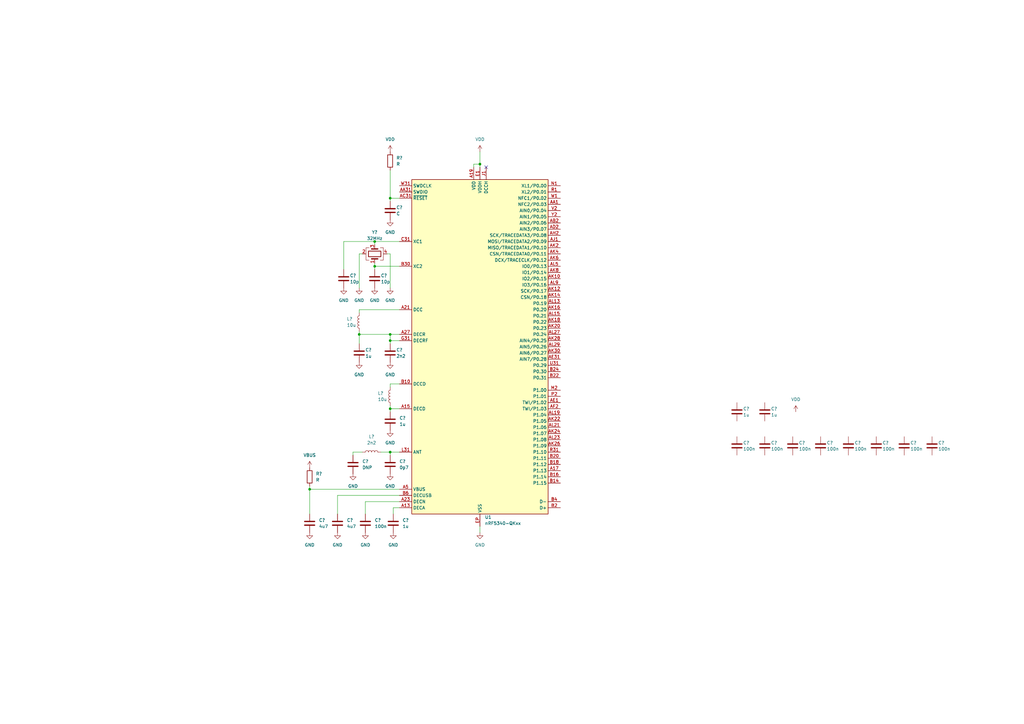
<source format=kicad_sch>
(kicad_sch (version 20211123) (generator eeschema)
  (paper "A3")
  (lib_symbols
    (symbol "Device:C" (pin_numbers hide) (pin_names (offset 0.254))
      (property "Reference" "C" (at 0.635 2.54 0))
      (property "Value" "C" (at 0.635 -2.54 0))
      (symbol "C_0_1"
        (polyline (pts (xy -2.032 -0.762) (xy 2.032 -0.762)) (stroke (width 0.508)))
        (polyline (pts (xy -2.032 0.762) (xy 2.032 0.762)) (stroke (width 0.508)))
      )
      (symbol "C_1_1"
        (pin passive line (at 0 3.81 270) (length 2.794) (name "~") (number "1"))
        (pin passive line (at 0 -3.81 90) (length 2.794) (name "~") (number "2"))
      )
    )
    (symbol "Device:Crystal_GND24" (pin_names (offset 1.016) hide)
      (property "Reference" "Y" (at 3.175 5.08 0))
      (property "Value" "Crystal_GND24" (at 3.175 3.175 0))
      (symbol "Crystal_GND24_0_1"
        (rectangle (start -1.143 2.54) (end 1.143 -2.54) (stroke (width 0.3048)))
        (polyline (pts (xy -2.54 0) (xy -2.032 0)))
        (polyline (pts (xy -2.032 -1.27) (xy -2.032 1.27)) (stroke (width 0.508)))
        (polyline (pts (xy 0 -3.81) (xy 0 -3.556)))
        (polyline (pts (xy 0 3.556) (xy 0 3.81)))
        (polyline (pts (xy 2.032 -1.27) (xy 2.032 1.27)) (stroke (width 0.508)))
        (polyline (pts (xy 2.032 0) (xy 2.54 0)))
        (polyline (pts (xy -2.54 -2.286) (xy -2.54 -3.556) (xy 2.54 -3.556) (xy 2.54 -2.286)))
        (polyline (pts (xy -2.54 2.286) (xy -2.54 3.556) (xy 2.54 3.556) (xy 2.54 2.286)))
      )
      (symbol "Crystal_GND24_1_1"
        (pin passive line (at -3.81 0 0) (length 1.27) (name "1") (number "1"))
        (pin passive line (at 0 5.08 270) (length 1.27) (name "2") (number "2"))
        (pin passive line (at 3.81 0 180) (length 1.27) (name "3") (number "3"))
        (pin passive line (at 0 -5.08 90) (length 1.27) (name "4") (number "4"))
      )
    )
    (symbol "Device:L" (pin_numbers hide) (pin_names (offset 1.016) hide)
      (property "Reference" "L" (at -1.27 0 90))
      (property "Value" "L" (at 1.905 0 90))
      (symbol "L_0_1"
        (arc (start 0 -2.54) (mid 0.635 -1.905) (end 0 -1.27))
        (arc (start 0 -1.27) (mid 0.635 -0.635) (end 0 0))
        (arc (start 0 0) (mid 0.635 0.635) (end 0 1.27))
        (arc (start 0 1.27) (mid 0.635 1.905) (end 0 2.54))
      )
      (symbol "L_1_1"
        (pin passive line (at 0 3.81 270) (length 1.27) (name "1") (number "1"))
        (pin passive line (at 0 -3.81 90) (length 1.27) (name "2") (number "2"))
      )
    )
    (symbol "Device:R" (pin_numbers hide) (pin_names (offset 0))
      (property "Reference" "R" (at 2.032 0 90))
      (property "Value" "R" (at 0 0 90))
      (symbol "R_0_1"
        (rectangle (start -1.016 -2.54) (end 1.016 2.54) (stroke (width 0.254)))
      )
      (symbol "R_1_1"
        (pin passive line (at 0 3.81 270) (length 1.27) (name "~") (number "1"))
        (pin passive line (at 0 -3.81 90) (length 1.27) (name "~") (number "2"))
      )
    )
    (symbol "MCU_Nordic:nRF5340-QKxx"
      (property "Reference" "U1" (at 2.0194 -72.39 0))
      (property "Value" "nRF5340-QKxx" (at 2.0194 -74.93 0))
      (symbol "nRF5340-QKxx_0_1"
        (rectangle (start -27.94 68.58) (end 27.94 -68.58) (stroke (width 0.254)) (fill (type background)))
      )
      (symbol "nRF5340-QKxx_1_1"
        (pin passive line (at -33.02 -66.04 0) (length 5.08) (name "DECA") (number "A13"))
        (pin passive line (at -33.02 -25.4 0) (length 5.08) (name "DECD") (number "A15"))
        (pin bidirectional line (at 33.02 -50.8 180) (length 5.08) (name "P1.13") (number "A17"))
        (pin power_in line (at -2.54 73.66 270) (length 5.08) (name "VDD") (number "A19"))
        (pin power_out line (at -33.02 15.24 0) (length 5.08) (name "DCC") (number "A21"))
        (pin passive line (at -33.02 -63.5 0) (length 5.08) (name "DECN") (number "A23"))
        (pin passive line (at -33.02 5.08 0) (length 5.08) (name "DECR") (number "A27"))
        (pin power_in line (at -33.02 -58.42 0) (length 5.08) (name "VBUS") (number "A5"))
        (pin bidirectional line (at 33.02 58.42 180) (length 5.08) (name "NFC2/P0.03") (number "AA1"))
        (pin bidirectional line (at -33.02 63.5 0) (length 5.08) (name "SWDIO") (number "AA31"))
        (pin bidirectional line (at 33.02 50.8 180) (length 5.08) (name "AIN2/P0.06") (number "AB2"))
        (pin passive line (at -2.54 73.66 270) (length 5.08) hide (name "VDD") (number "AC1"))
        (pin bidirectional line (at -33.02 60.96 0) (length 5.08) (name "~{RESET}") (number "AC31"))
        (pin bidirectional line (at 33.02 48.26 180) (length 5.08) (name "AIN3/P0.07") (number "AD2"))
        (pin bidirectional line (at 33.02 -22.86 180) (length 5.08) (name "TWI/P1.02") (number "AE1"))
        (pin bidirectional line (at 33.02 -5.08 180) (length 5.08) (name "AIN7/P0.28") (number "AE31"))
        (pin bidirectional line (at 33.02 -25.4 180) (length 5.08) (name "TWI/P1.03") (number "AF2"))
        (pin passive line (at -2.54 73.66 270) (length 5.08) hide (name "VDD") (number "AG1"))
        (pin bidirectional line (at 33.02 45.72 180) (length 5.08) (name "SCK/TRACEDATA3/P0.08") (number "AH2"))
        (pin bidirectional line (at 33.02 43.18 180) (length 5.08) (name "MOSI/TRACEDATA2/P0.09") (number "AJ1"))
        (pin passive line (at -2.54 73.66 270) (length 5.08) hide (name "VDD") (number "AJ31"))
        (pin bidirectional line (at 33.02 27.94 180) (length 5.08) (name "IO2/P0.15") (number "AK10"))
        (pin bidirectional line (at 33.02 22.86 180) (length 5.08) (name "SCK/P0.17") (number "AK12"))
        (pin bidirectional line (at 33.02 20.32 180) (length 5.08) (name "CSN/P0.18") (number "AK14"))
        (pin bidirectional line (at 33.02 15.24 180) (length 5.08) (name "P0.20") (number "AK16"))
        (pin bidirectional line (at 33.02 10.16 180) (length 5.08) (name "P0.22") (number "AK18"))
        (pin bidirectional line (at 33.02 40.64 180) (length 5.08) (name "MISO/TRACEDATA1/P0.10") (number "AK2"))
        (pin bidirectional line (at 33.02 7.62 180) (length 5.08) (name "P0.23") (number "AK20"))
        (pin bidirectional line (at 33.02 -30.48 180) (length 5.08) (name "P1.05") (number "AK22"))
        (pin bidirectional line (at 33.02 -35.56 180) (length 5.08) (name "P1.07") (number "AK24"))
        (pin bidirectional line (at 33.02 -40.64 180) (length 5.08) (name "P1.09") (number "AK26"))
        (pin bidirectional line (at 33.02 2.54 180) (length 5.08) (name "AIN4/P0.25") (number "AK28"))
        (pin bidirectional line (at 33.02 -2.54 180) (length 5.08) (name "AIN6/P0.27") (number "AK30"))
        (pin bidirectional line (at 33.02 38.1 180) (length 5.08) (name "CSN/TRACEDATA0/P0.11") (number "AK4"))
        (pin bidirectional line (at 33.02 35.56 180) (length 5.08) (name "DCX/TRACECLK/P0.12") (number "AK6"))
        (pin bidirectional line (at 33.02 30.48 180) (length 5.08) (name "IO1/P0.14") (number "AK8"))
        (pin passive line (at -2.54 73.66 270) (length 5.08) hide (name "VDD") (number "AL11"))
        (pin bidirectional line (at 33.02 17.78 180) (length 5.08) (name "P0.19") (number "AL13"))
        (pin bidirectional line (at 33.02 12.7 180) (length 5.08) (name "P0.21") (number "AL15"))
        (pin passive line (at -2.54 73.66 270) (length 5.08) hide (name "VDD") (number "AL17"))
        (pin bidirectional line (at 33.02 -27.94 180) (length 5.08) (name "P1.04") (number "AL19"))
        (pin bidirectional line (at 33.02 -33.02 180) (length 5.08) (name "P1.06") (number "AL21"))
        (pin bidirectional line (at 33.02 -38.1 180) (length 5.08) (name "P1.08") (number "AL23"))
        (pin passive line (at -2.54 73.66 270) (length 5.08) hide (name "VDD") (number "AL25"))
        (pin bidirectional line (at 33.02 5.08 180) (length 5.08) (name "P0.24") (number "AL27"))
        (pin bidirectional line (at 33.02 0 180) (length 5.08) (name "AIN5/P0.26") (number "AL29"))
        (pin passive line (at -2.54 73.66 270) (length 5.08) hide (name "VDD") (number "AL3"))
        (pin bidirectional line (at 33.02 33.02 180) (length 5.08) (name "IO0/P0.13") (number "AL5"))
        (pin passive line (at -2.54 73.66 270) (length 5.08) hide (name "VDD") (number "AL7"))
        (pin bidirectional line (at 33.02 25.4 180) (length 5.08) (name "IO3/P0.16") (number "AL9"))
        (pin power_out line (at -33.02 -15.24 0) (length 5.08) (name "DCCD") (number "B10"))
        (pin bidirectional line (at 33.02 -55.88 180) (length 5.08) (name "P1.15") (number "B14"))
        (pin bidirectional line (at 33.02 -53.34 180) (length 5.08) (name "P1.14") (number "B16"))
        (pin bidirectional line (at 33.02 -48.26 180) (length 5.08) (name "P1.12") (number "B18"))
        (pin bidirectional line (at 33.02 -66.04 180) (length 5.08) (name "D+") (number "B2"))
        (pin bidirectional line (at 33.02 -45.72 180) (length 5.08) (name "P1.11") (number "B20"))
        (pin bidirectional line (at 33.02 -12.7 180) (length 5.08) (name "P0.31") (number "B22"))
        (pin bidirectional line (at 33.02 -10.16 180) (length 5.08) (name "P0.30") (number "B24"))
        (pin passive line (at -2.54 73.66 270) (length 5.08) hide (name "VDD") (number "B28"))
        (pin input line (at -33.02 33.02 0) (length 5.08) (name "XC2") (number "B30"))
        (pin bidirectional line (at 33.02 -63.5 180) (length 5.08) (name "D-") (number "B4"))
        (pin passive line (at -33.02 -60.96 0) (length 5.08) (name "DECUSB") (number "B6"))
        (pin passive line (at -2.54 73.66 270) (length 5.08) hide (name "VDD") (number "B8"))
        (pin passive line (at -2.54 73.66 270) (length 5.08) hide (name "VDD") (number "C1"))
        (pin input line (at -33.02 43.18 0) (length 5.08) (name "XC1") (number "C31"))
        (pin power_in line (at 0 73.66 270) (length 5.08) (name "VDDH") (number "E1"))
        (pin passive line (at -2.54 73.66 270) (length 5.08) hide (name "VDD") (number "E31"))
        (pin power_in line (at 0 -73.66 90) (length 5.08) (name "VSS") (number "EP"))
        (pin passive line (at -33.02 2.54 0) (length 5.08) (name "DECRF") (number "G31"))
        (pin passive line (at 2.54 73.66 270) (length 5.08) (name "DCCH") (number "J1"))
        (pin passive line (at -2.54 73.66 270) (length 5.08) hide (name "VDD") (number "L1"))
        (pin passive line (at -33.02 -43.18 0) (length 5.08) (name "ANT") (number "L31"))
        (pin bidirectional line (at 33.02 -17.78 180) (length 5.08) (name "P1.00") (number "M2"))
        (pin bidirectional line (at 33.02 66.04 180) (length 5.08) (name "XL1/P0.00") (number "N1"))
        (pin passive line (at -2.54 73.66 270) (length 5.08) hide (name "VDD") (number "N31"))
        (pin bidirectional line (at 33.02 -20.32 180) (length 5.08) (name "P1.01") (number "P2"))
        (pin bidirectional line (at 33.02 63.5 180) (length 5.08) (name "XL2/P0.01") (number "R1"))
        (pin bidirectional line (at 33.02 -43.18 180) (length 5.08) (name "P1.10") (number "R31"))
        (pin passive line (at -2.54 73.66 270) (length 5.08) hide (name "VDD") (number "U1"))
        (pin bidirectional line (at 33.02 -7.62 180) (length 5.08) (name "P0.29") (number "U31"))
        (pin bidirectional line (at 33.02 55.88 180) (length 5.08) (name "AIN0/P0.04") (number "V2"))
        (pin bidirectional line (at 33.02 60.96 180) (length 5.08) (name "NFC1/P0.02") (number "W1"))
        (pin input line (at -33.02 66.04 0) (length 5.08) (name "SWDCLK") (number "W31"))
        (pin bidirectional line (at 33.02 53.34 180) (length 5.08) (name "AIN1/P0.05") (number "Y2"))
      )
    )
    (symbol "power:GND" (power) (pin_names (offset 0))
      (property "Value" "GND" (at 0 -3.81 0))
      (symbol "GND_0_1"
        (polyline (pts (xy 0 0) (xy 0 -1.27) (xy 1.27 -1.27) (xy 0 -2.54) (xy -1.27 -1.27) (xy 0 -1.27)))
      )
      (symbol "GND_1_1"
        (pin power_in line (at 0 0 270) (length 0) hide (name "GND") (number "1"))
      )
    )
    (symbol "power:VBUS" (power) (pin_names (offset 0))
      (property "Value" "VBUS" (at 0 3.81 0))
      (symbol "VBUS_0_1"
        (polyline (pts (xy -0.762 1.27) (xy 0 2.54)))
        (polyline (pts (xy 0 0) (xy 0 2.54)))
        (polyline (pts (xy 0 2.54) (xy 0.762 1.27)))
      )
      (symbol "VBUS_1_1"
        (pin power_in line (at 0 0 90) (length 0) hide (name "VBUS") (number "1"))
      )
    )
    (symbol "power:VDD" (power) (pin_names (offset 0))
      (property "Value" "VDD" (at 0 3.81 0))
      (symbol "VDD_0_1"
        (polyline (pts (xy -0.762 1.27) (xy 0 2.54)))
        (polyline (pts (xy 0 0) (xy 0 2.54)))
        (polyline (pts (xy 0 2.54) (xy 0.762 1.27)))
      )
      (symbol "VDD_1_1"
        (pin power_in line (at 0 0 90) (length 0) hide (name "VDD") (number "1"))
      )
    )
  )
  (junction (at 160.02 185.42))
  (junction (at 160.02 81.28))
  (junction (at 160.02 139.7))
  (junction (at 196.85 67.31))
  (junction (at 153.67 99.06))
  (junction (at 153.67 109.22))
  (junction (at 160.02 137.16))
  (junction (at 147.32 137.16))
  (junction (at 160.02 167.64))
  (junction (at 127 200.66))
  (no_connect (at 199.39 68.58))
  (wire (pts (xy 163.83 127) (xy 147.32 127)))
  (wire (pts (xy 147.32 104.14) (xy 147.32 118.11)))
  (wire (pts (xy 127 200.66) (xy 127 210.82)))
  (wire (pts (xy 147.32 127) (xy 147.32 128.27)))
  (wire (pts (xy 160.02 157.48) (xy 160.02 158.75)))
  (wire (pts (xy 147.32 137.16) (xy 147.32 135.89)))
  (wire (pts (xy 140.97 110.49) (xy 140.97 99.06)))
  (wire (pts (xy 160.02 139.7) (xy 163.83 139.7)))
  (wire (pts (xy 149.86 205.74) (xy 149.86 210.82)))
  (wire (pts (xy 160.02 185.42) (xy 163.83 185.42)))
  (wire (pts (xy 140.97 99.06) (xy 153.67 99.06)))
  (wire (pts (xy 196.85 215.9) (xy 196.85 218.44)))
  (wire (pts (xy 160.02 82.55) (xy 160.02 81.28)))
  (wire (pts (xy 160.02 167.64) (xy 160.02 168.91)))
  (wire (pts (xy 158.75 104.14) (xy 160.02 104.14)))
  (wire (pts (xy 163.83 203.2) (xy 138.43 203.2)))
  (wire (pts (xy 160.02 137.16) (xy 160.02 139.7)))
  (wire (pts (xy 160.02 81.28) (xy 163.83 81.28)))
  (wire (pts (xy 163.83 137.16) (xy 160.02 137.16)))
  (wire (pts (xy 160.02 69.85) (xy 160.02 81.28)))
  (wire (pts (xy 196.85 62.23) (xy 196.85 67.31)))
  (wire (pts (xy 160.02 185.42) (xy 160.02 186.69)))
  (wire (pts (xy 144.78 185.42) (xy 144.78 186.69)))
  (wire (pts (xy 153.67 109.22) (xy 163.83 109.22)))
  (wire (pts (xy 196.85 67.31) (xy 196.85 68.58)))
  (wire (pts (xy 160.02 139.7) (xy 160.02 140.97)))
  (wire (pts (xy 127 199.39) (xy 127 200.66)))
  (wire (pts (xy 163.83 167.64) (xy 160.02 167.64)))
  (wire (pts (xy 138.43 203.2) (xy 138.43 210.82)))
  (wire (pts (xy 148.59 104.14) (xy 147.32 104.14)))
  (wire (pts (xy 153.67 99.06) (xy 153.67 100.33)))
  (wire (pts (xy 160.02 104.14) (xy 160.02 118.11)))
  (wire (pts (xy 153.67 99.06) (xy 163.83 99.06)))
  (wire (pts (xy 153.67 109.22) (xy 153.67 110.49)))
  (wire (pts (xy 160.02 166.37) (xy 160.02 167.64)))
  (wire (pts (xy 194.31 67.31) (xy 194.31 68.58)))
  (wire (pts (xy 153.67 107.95) (xy 153.67 109.22)))
  (wire (pts (xy 161.29 210.82) (xy 161.29 208.28)))
  (wire (pts (xy 156.21 185.42) (xy 160.02 185.42)))
  (wire (pts (xy 161.29 208.28) (xy 163.83 208.28)))
  (wire (pts (xy 194.31 67.31) (xy 196.85 67.31)))
  (wire (pts (xy 163.83 200.66) (xy 127 200.66)))
  (wire (pts (xy 148.59 185.42) (xy 144.78 185.42)))
  (wire (pts (xy 147.32 137.16) (xy 160.02 137.16)))
  (wire (pts (xy 163.83 157.48) (xy 160.02 157.48)))
  (wire (pts (xy 147.32 137.16) (xy 147.32 140.97)))
  (wire (pts (xy 163.83 205.74) (xy 149.86 205.74)))
  (symbol (lib_id "Device:C") (at 127 214.63 0) (unit 1)
    (property "Reference" "C?" (at 130.81 213.3599 0) (effects (justify left)))
    (property "Value" "4u7" (at 130.81 215.8999 0) (effects (justify left)))
  )
  (symbol (lib_id "power:VDD") (at 326.39 168.91 0) (unit 1)
    (property "Reference" "#PWR?" (effects hide))
    (property "Value" "VDD" (at 326.39 163.83 0))
  )
  (symbol (lib_id "Device:C") (at 336.55 182.88 0) (unit 1)
    (property "Reference" "C?" (at 339.09 181.61 0) (effects (justify left)))
    (property "Value" "100n" (at 339.09 184.15 0) (effects (justify left)))
  )
  (symbol (lib_id "Device:C") (at 140.97 114.3 0) (unit 1)
    (property "Reference" "C?" (at 143.51 113.03 0) (effects (justify left)))
    (property "Value" "10p" (at 143.51 115.57 0) (effects (justify left)))
  )
  (symbol (lib_id "power:GND") (at 160.02 118.11 0) (unit 1)
    (property "Reference" "#PWR?" (effects hide))
    (property "Value" "GND" (at 160.02 123.19 0))
  )
  (symbol (lib_id "power:GND") (at 161.29 218.44 0) (unit 1)
    (property "Reference" "#PWR?" (effects hide))
    (property "Value" "GND" (at 161.29 223.52 0))
  )
  (symbol (lib_id "Device:C") (at 313.69 182.88 0) (unit 1)
    (property "Reference" "C?" (at 316.23 181.61 0) (effects (justify left)))
    (property "Value" "100n" (at 316.23 184.15 0) (effects (justify left)))
  )
  (symbol (lib_id "Device:C") (at 302.26 182.88 0) (unit 1)
    (property "Reference" "C?" (at 304.8 181.61 0) (effects (justify left)))
    (property "Value" "100n" (at 304.8 184.15 0) (effects (justify left)))
  )
  (symbol (lib_id "Device:C") (at 160.02 86.36 0) (unit 1)
    (property "Reference" "C?" (at 162.56 85.09 0) (effects (justify left)))
    (property "Value" "C" (at 162.56 87.63 0) (effects (justify left)))
  )
  (symbol (lib_id "Device:C") (at 347.98 182.88 0) (unit 1)
    (property "Reference" "C?" (at 350.52 181.61 0) (effects (justify left)))
    (property "Value" "100n" (at 350.52 184.15 0) (effects (justify left)))
  )
  (symbol (lib_id "Device:R") (at 160.02 66.04 0) (unit 1)
    (property "Reference" "R?" (at 162.56 64.7699 0) (effects (justify left)))
    (property "Value" "R" (at 162.56 67.3099 0) (effects (justify left)))
  )
  (symbol (lib_id "power:GND") (at 144.78 194.31 0) (unit 1)
    (property "Reference" "#PWR?" (effects hide))
    (property "Value" "GND" (at 144.78 199.39 0))
  )
  (symbol (lib_id "Device:C") (at 313.69 168.91 0) (unit 1)
    (property "Reference" "C?" (at 316.23 167.64 0) (effects (justify left)))
    (property "Value" "1u" (at 316.23 170.18 0) (effects (justify left)))
  )
  (symbol (lib_id "Device:C") (at 160.02 144.78 0) (unit 1)
    (property "Reference" "C?" (at 162.56 143.51 0) (effects (justify left)))
    (property "Value" "2n2" (at 162.56 146.05 0) (effects (justify left)))
  )
  (symbol (lib_id "MCU_Nordic:nRF5340-QKxx") (at 196.85 142.24 0) (unit 1)
    (property "Reference" "U1" (at 198.8694 212.09 0) (effects (justify left)))
    (property "Value" "nRF5340-QKxx" (at 198.8694 214.63 0) (effects (justify left)))
    (property "Footprint" "Package_DFN_QFN:Nordic_AQFN-94-1EP_7x7mm_P0.4mm" (effects hide))
    (property "Datasheet" "https://infocenter.nordicsemi.com/pdf/nRF5340_PS_v1.2.pdf" (effects hide))
  )
  (symbol (lib_id "power:GND") (at 160.02 90.17 0) (unit 1)
    (property "Reference" "#PWR?" (effects hide))
    (property "Value" "GND" (at 160.02 95.25 0))
  )
  (symbol (lib_id "power:GND") (at 127 218.44 0) (unit 1)
    (property "Reference" "#PWR?" (effects hide))
    (property "Value" "GND" (at 127 223.52 0))
  )
  (symbol (lib_id "Device:C") (at 325.12 182.88 0) (unit 1)
    (property "Reference" "C?" (at 327.66 181.61 0) (effects (justify left)))
    (property "Value" "100n" (at 327.66 184.15 0) (effects (justify left)))
  )
  (symbol (lib_id "Device:C") (at 147.32 144.78 0) (unit 1)
    (property "Reference" "C?" (at 149.86 143.51 0) (effects (justify left)))
    (property "Value" "1u" (at 149.86 146.05 0) (effects (justify left)))
  )
  (symbol (lib_id "Device:C") (at 161.29 214.63 0) (unit 1)
    (property "Reference" "C?" (at 165.1 213.3599 0) (effects (justify left)))
    (property "Value" "1u" (at 165.1 215.8999 0) (effects (justify left)))
  )
  (symbol (lib_id "Device:L") (at 152.4 185.42 90) (unit 1)
    (property "Reference" "L?" (at 152.4 179.07 90))
    (property "Value" "2n2" (at 152.4 181.61 90))
  )
  (symbol (lib_id "Device:L") (at 160.02 162.56 180) (unit 1)
    (property "Reference" "L?" (at 154.94 161.29 0) (effects (justify right)))
    (property "Value" "10u" (at 154.94 163.83 0) (effects (justify right)))
  )
  (symbol (lib_id "Device:C") (at 359.41 182.88 0) (unit 1)
    (property "Reference" "C?" (at 361.95 181.61 0) (effects (justify left)))
    (property "Value" "100n" (at 361.95 184.15 0) (effects (justify left)))
  )
  (symbol (lib_id "Device:L") (at 147.32 132.08 180) (unit 1)
    (property "Reference" "L?" (at 142.24 130.81 0) (effects (justify right)))
    (property "Value" "10u" (at 142.24 133.35 0) (effects (justify right)))
  )
  (symbol (lib_id "Device:C") (at 160.02 190.5 0) (unit 1)
    (property "Reference" "C?" (at 163.83 189.2299 0) (effects (justify left)))
    (property "Value" "0p7" (at 163.83 191.7699 0) (effects (justify left)))
  )
  (symbol (lib_id "power:GND") (at 147.32 118.11 0) (unit 1)
    (property "Reference" "#PWR?" (effects hide))
    (property "Value" "GND" (at 147.32 123.19 0))
  )
  (symbol (lib_id "Device:C") (at 153.67 114.3 0) (unit 1)
    (property "Reference" "C?" (at 156.21 113.03 0) (effects (justify left)))
    (property "Value" "10p" (at 156.21 115.57 0) (effects (justify left)))
  )
  (symbol (lib_id "power:VDD") (at 196.85 62.23 0) (unit 1)
    (property "Reference" "#PWR?" (effects hide))
    (property "Value" "VDD" (at 196.85 57.15 0))
  )
  (symbol (lib_id "Device:C") (at 144.78 190.5 0) (unit 1)
    (property "Reference" "C?" (at 148.59 189.2299 0) (effects (justify left)))
    (property "Value" "DNP" (at 148.59 191.7699 0) (effects (justify left)))
  )
  (symbol (lib_id "power:GND") (at 160.02 176.53 0) (unit 1)
    (property "Reference" "#PWR?" (effects hide))
    (property "Value" "GND" (at 160.02 181.61 0))
  )
  (symbol (lib_id "power:GND") (at 140.97 118.11 0) (unit 1)
    (property "Reference" "#PWR?" (effects hide))
    (property "Value" "GND" (at 140.97 123.19 0))
  )
  (symbol (lib_id "power:GND") (at 196.85 218.44 0) (unit 1)
    (property "Reference" "#PWR?" (effects hide))
    (property "Value" "GND" (at 196.85 223.52 0))
  )
  (symbol (lib_id "Device:C") (at 382.27 182.88 0) (unit 1)
    (property "Reference" "C?" (at 384.81 181.61 0) (effects (justify left)))
    (property "Value" "100n" (at 384.81 184.15 0) (effects (justify left)))
  )
  (symbol (lib_id "power:GND") (at 149.86 218.44 0) (unit 1)
    (property "Reference" "#PWR?" (effects hide))
    (property "Value" "GND" (at 149.86 223.52 0))
  )
  (symbol (lib_id "Device:C") (at 160.02 172.72 0) (unit 1)
    (property "Reference" "C?" (at 163.83 171.4499 0) (effects (justify left)))
    (property "Value" "1u" (at 163.83 173.9899 0) (effects (justify left)))
  )
  (symbol (lib_id "power:VBUS") (at 127 191.77 0) (unit 1)
    (property "Reference" "#PWR?" (effects hide))
    (property "Value" "VBUS" (at 127 186.69 0))
  )
  (symbol (lib_id "Device:C") (at 302.26 168.91 0) (unit 1)
    (property "Reference" "C?" (at 304.8 167.64 0) (effects (justify left)))
    (property "Value" "1u" (at 304.8 170.18 0) (effects (justify left)))
  )
  (symbol (lib_id "Device:Crystal_GND24") (at 153.67 104.14 90) (unit 1)
    (property "Reference" "Y?" (at 153.67 95.25 90))
    (property "Value" "32MHz" (at 153.67 97.79 90))
    (property "Footprint" "Crystal:Crystal_SMD_3225-4Pin_3.2x2.5mm" (effects hide))
  )
  (symbol (lib_id "power:GND") (at 138.43 218.44 0) (unit 1)
    (property "Reference" "#PWR?" (effects hide))
    (property "Value" "GND" (at 138.43 223.52 0))
  )
  (symbol (lib_id "Device:C") (at 149.86 214.63 0) (unit 1)
    (property "Reference" "C?" (at 153.67 213.3599 0) (effects (justify left)))
    (property "Value" "100n" (at 153.67 215.8999 0) (effects (justify left)))
  )
  (symbol (lib_id "power:VDD") (at 160.02 62.23 0) (unit 1)
    (property "Reference" "#PWR?" (effects hide))
    (property "Value" "VDD" (at 160.02 57.15 0))
  )
  (symbol (lib_id "power:GND") (at 147.32 148.59 0) (unit 1)
    (property "Reference" "#PWR?" (effects hide))
    (property "Value" "GND" (at 147.32 153.67 0))
  )
  (symbol (lib_id "power:GND") (at 153.67 118.11 0) (unit 1)
    (property "Reference" "#PWR?" (effects hide))
    (property "Value" "GND" (at 153.67 123.19 0))
  )
  (symbol (lib_id "Device:C") (at 138.43 214.63 0) (unit 1)
    (property "Reference" "C?" (at 142.24 213.3599 0) (effects (justify left)))
    (property "Value" "4u7" (at 142.24 215.8999 0) (effects (justify left)))
  )
  (symbol (lib_id "power:GND") (at 160.02 148.59 0) (unit 1)
    (property "Reference" "#PWR?" (effects hide))
    (property "Value" "GND" (at 160.02 153.67 0))
  )
  (symbol (lib_id "power:GND") (at 160.02 194.31 0) (unit 1)
    (property "Reference" "#PWR?" (effects hide))
    (property "Value" "GND" (at 160.02 199.39 0))
  )
  (symbol (lib_id "Device:C") (at 370.84 182.88 0) (unit 1)
    (property "Reference" "C?" (at 373.38 181.61 0) (effects (justify left)))
    (property "Value" "100n" (at 373.38 184.15 0) (effects (justify left)))
  )
  (symbol (lib_id "Device:R") (at 127 195.58 0) (unit 1)
    (property "Reference" "R?" (at 129.54 194.3099 0) (effects (justify left)))
    (property "Value" "R" (at 129.54 196.8499 0) (effects (justify left)))
  )
)
</source>
